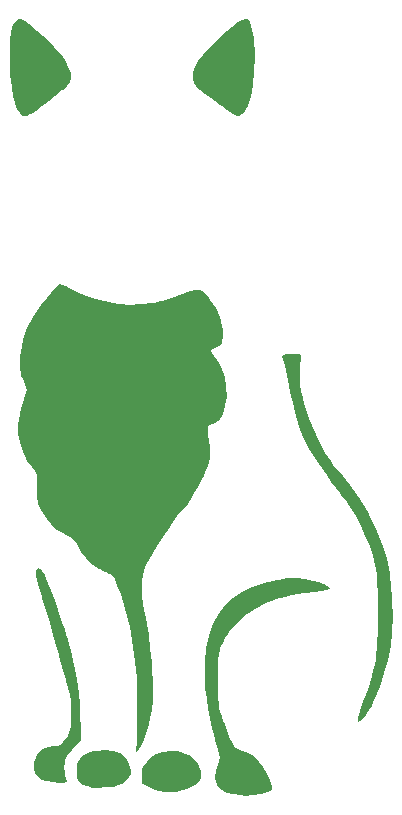
<source format=gbr>
%TF.GenerationSoftware,KiCad,Pcbnew,8.0.4*%
%TF.CreationDate,2024-07-30T22:23:39+03:00*%
%TF.ProjectId,purrChash,70757272-4368-4617-9368-2e6b69636164,rev?*%
%TF.SameCoordinates,Original*%
%TF.FileFunction,Legend,Top*%
%TF.FilePolarity,Positive*%
%FSLAX46Y46*%
G04 Gerber Fmt 4.6, Leading zero omitted, Abs format (unit mm)*
G04 Created by KiCad (PCBNEW 8.0.4) date 2024-07-30 22:23:39*
%MOMM*%
%LPD*%
G01*
G04 APERTURE LIST*
%ADD10C,0.000000*%
G04 APERTURE END LIST*
D10*
%TO.C,*%
G36*
X31208000Y-79318000D02*
G01*
X31590000Y-79418000D01*
X32118000Y-79659000D01*
X32561000Y-79993000D01*
X32895000Y-80396000D01*
X33095000Y-80846000D01*
X33099000Y-80861000D01*
X33148000Y-81169000D01*
X33154000Y-81485000D01*
X33150000Y-81530000D01*
X33098000Y-81749000D01*
X32977000Y-81923000D01*
X32754000Y-82094000D01*
X32640000Y-82164000D01*
X31959000Y-82498000D01*
X31261000Y-82690000D01*
X31090000Y-82717000D01*
X30832000Y-82737000D01*
X30505000Y-82742000D01*
X30200000Y-82734000D01*
X30080000Y-82724000D01*
X29252000Y-82549000D01*
X28558000Y-82275000D01*
X28367000Y-82173000D01*
X28256000Y-82078000D01*
X28253000Y-82075000D01*
X28176000Y-81968000D01*
X28136000Y-81839000D01*
X28122000Y-81635000D01*
X28121000Y-81466000D01*
X28132000Y-81154000D01*
X28174000Y-80916000D01*
X28262000Y-80664000D01*
X28269000Y-80648000D01*
X28544000Y-80182000D01*
X28942000Y-79786000D01*
X29310000Y-79552000D01*
X29903000Y-79336000D01*
X30547000Y-79257000D01*
X31208000Y-79318000D01*
G37*
G36*
X25488000Y-79247000D02*
G01*
X25680000Y-79263000D01*
X26041000Y-79336000D01*
X26290000Y-79421000D01*
X26518000Y-79592000D01*
X26755000Y-79874000D01*
X26972000Y-80224000D01*
X27136000Y-80597000D01*
X27151000Y-80643000D01*
X27234000Y-80992000D01*
X27222000Y-81233000D01*
X27068000Y-81519000D01*
X26793000Y-81802000D01*
X26433000Y-82050000D01*
X26113000Y-82199000D01*
X25925000Y-82260000D01*
X25727000Y-82297000D01*
X25457000Y-82319000D01*
X25310000Y-82326000D01*
X25018000Y-82343000D01*
X24758000Y-82364000D01*
X24660000Y-82375000D01*
X24185000Y-82401000D01*
X23930000Y-82374000D01*
X23538000Y-82273000D01*
X23183000Y-82130000D01*
X22926000Y-81968000D01*
X22924000Y-81965000D01*
X22752000Y-81725000D01*
X22665000Y-81471000D01*
X22637000Y-81326000D01*
X22624000Y-81154000D01*
X22621000Y-80936000D01*
X22644000Y-80508000D01*
X22722000Y-80192000D01*
X22868000Y-79946000D01*
X22924000Y-79883000D01*
X23229000Y-79616000D01*
X23575000Y-79433000D01*
X24008000Y-79311000D01*
X24310000Y-79263000D01*
X24534000Y-79246000D01*
X24847000Y-79238000D01*
X25187000Y-79238000D01*
X25488000Y-79247000D01*
G37*
G36*
X18226000Y-17460000D02*
G01*
X18605000Y-17708000D01*
X18829000Y-17886000D01*
X19287000Y-18284000D01*
X19771000Y-18735000D01*
X20254000Y-19210000D01*
X20709000Y-19681000D01*
X21107000Y-20120000D01*
X21421000Y-20498000D01*
X21526000Y-20640000D01*
X21724000Y-20957000D01*
X21916000Y-21329000D01*
X22068000Y-21685000D01*
X22131000Y-21878000D01*
X22172000Y-22155000D01*
X22136000Y-22406000D01*
X22009000Y-22661000D01*
X21775000Y-22945000D01*
X21421000Y-23287000D01*
X21394000Y-23311000D01*
X20815000Y-23816000D01*
X20235000Y-24288000D01*
X19680000Y-24707000D01*
X19178000Y-25056000D01*
X18752000Y-25313000D01*
X18656000Y-25363000D01*
X18381000Y-25491000D01*
X18198000Y-25543000D01*
X18064000Y-25528000D01*
X17984000Y-25487000D01*
X17780000Y-25277000D01*
X17587000Y-24923000D01*
X17410000Y-24441000D01*
X17254000Y-23845000D01*
X17123000Y-23151000D01*
X17022000Y-22375000D01*
X17001000Y-22166000D01*
X16967000Y-21684000D01*
X16945000Y-21119000D01*
X16934000Y-20522000D01*
X16935000Y-19942000D01*
X16948000Y-19429000D01*
X16970000Y-19086000D01*
X17043000Y-18481000D01*
X17144000Y-18019000D01*
X17275000Y-17686000D01*
X17438000Y-17472000D01*
X17656000Y-17346000D01*
X17914000Y-17340000D01*
X18226000Y-17460000D01*
G37*
G36*
X37041000Y-17344000D02*
G01*
X37192000Y-17424000D01*
X37309000Y-17593000D01*
X37406000Y-17870000D01*
X37495000Y-18277000D01*
X37539000Y-18532000D01*
X37608000Y-18995000D01*
X37654000Y-19403000D01*
X37679000Y-19817000D01*
X37690000Y-20301000D01*
X37691000Y-20556000D01*
X37652000Y-21769000D01*
X37531000Y-22886000D01*
X37419000Y-23521000D01*
X37261000Y-24177000D01*
X37080000Y-24692000D01*
X36867000Y-25082000D01*
X36612000Y-25368000D01*
X36470000Y-25475000D01*
X36319000Y-25543000D01*
X36166000Y-25519000D01*
X36030000Y-25451000D01*
X35835000Y-25334000D01*
X35604000Y-25180000D01*
X35310000Y-24971000D01*
X34925000Y-24687000D01*
X34790000Y-24586000D01*
X34358000Y-24262000D01*
X34020000Y-24013000D01*
X33747000Y-23816000D01*
X33506000Y-23647000D01*
X33420000Y-23588000D01*
X33021000Y-23286000D01*
X32747000Y-23003000D01*
X32582000Y-22741000D01*
X32469000Y-22416000D01*
X32450000Y-22173000D01*
X32497000Y-21776000D01*
X32646000Y-21347000D01*
X32907000Y-20858000D01*
X33041000Y-20646000D01*
X33282000Y-20324000D01*
X33630000Y-19929000D01*
X33909000Y-19639000D01*
X34375000Y-19180000D01*
X34853000Y-18734000D01*
X35323000Y-18321000D01*
X35761000Y-17958000D01*
X36146000Y-17665000D01*
X36455000Y-17460000D01*
X36581000Y-17393000D01*
X36847000Y-17331000D01*
X37041000Y-17344000D01*
G37*
G36*
X19518000Y-63847000D02*
G01*
X19560000Y-63875000D01*
X19710000Y-64052000D01*
X19895000Y-64381000D01*
X20116000Y-64863000D01*
X20373000Y-65500000D01*
X20541000Y-65946000D01*
X20674000Y-66315000D01*
X20840000Y-66784000D01*
X21026000Y-67319000D01*
X21221000Y-67885000D01*
X21413000Y-68448000D01*
X21591000Y-68973000D01*
X21742000Y-69427000D01*
X21854000Y-69773000D01*
X21877000Y-69846000D01*
X22156000Y-70857000D01*
X22407000Y-71978000D01*
X22621000Y-73161000D01*
X22788000Y-74359000D01*
X22889000Y-75386000D01*
X22917000Y-75871000D01*
X22937000Y-76474000D01*
X22947000Y-77154000D01*
X22949000Y-77516000D01*
X22948000Y-78336000D01*
X22539000Y-78806000D01*
X22214000Y-79184000D01*
X21981000Y-79471000D01*
X21821000Y-79694000D01*
X21715000Y-79880000D01*
X21645000Y-80055000D01*
X21626000Y-80116000D01*
X21599000Y-80227000D01*
X21585000Y-80352000D01*
X21581000Y-80550000D01*
X21581000Y-80706000D01*
X21584000Y-81003000D01*
X21598000Y-81200000D01*
X21617000Y-81316000D01*
X21699000Y-81623000D01*
X21768000Y-81759000D01*
X21803000Y-81849000D01*
X21715000Y-81911000D01*
X21640000Y-81938000D01*
X21532000Y-81951000D01*
X21337000Y-81957000D01*
X21230000Y-81959000D01*
X20966000Y-81958000D01*
X20751000Y-81950000D01*
X20690000Y-81945000D01*
X20126000Y-81847000D01*
X19695000Y-81699000D01*
X19378000Y-81489000D01*
X19152000Y-81206000D01*
X19112000Y-81131000D01*
X19001000Y-80751000D01*
X19000000Y-80320000D01*
X19063000Y-80036000D01*
X19283000Y-79594000D01*
X19618000Y-79228000D01*
X19891000Y-79047000D01*
X20286000Y-78914000D01*
X20600000Y-78877000D01*
X20805000Y-78860000D01*
X20930000Y-78843000D01*
X21192000Y-78738000D01*
X21459000Y-78513000D01*
X21700000Y-78222000D01*
X21877000Y-77973000D01*
X22001000Y-77752000D01*
X22082000Y-77522000D01*
X22129000Y-77247000D01*
X22151000Y-76890000D01*
X22156000Y-76412000D01*
X22156000Y-76366000D01*
X22145000Y-75668000D01*
X22107000Y-75074000D01*
X22034000Y-74527000D01*
X21918000Y-73973000D01*
X21752000Y-73357000D01*
X21710000Y-73216000D01*
X21576000Y-72761000D01*
X21410000Y-72190000D01*
X21223000Y-71541000D01*
X21026000Y-70852000D01*
X20891000Y-70376000D01*
X20544000Y-69162000D01*
X20230000Y-68093000D01*
X19945000Y-67156000D01*
X19686000Y-66341000D01*
X19660000Y-66264000D01*
X19469000Y-65655000D01*
X19319000Y-65125000D01*
X19227000Y-64736000D01*
X19189000Y-64465000D01*
X19179000Y-64198000D01*
X19198000Y-64000000D01*
X19215000Y-63953000D01*
X19350000Y-63822000D01*
X19518000Y-63847000D01*
G37*
G36*
X41267000Y-64641000D02*
G01*
X41508000Y-64657000D01*
X41764000Y-64690000D01*
X42099000Y-64749000D01*
X42200000Y-64768000D01*
X42671000Y-64870000D01*
X43110000Y-64988000D01*
X43470000Y-65107000D01*
X43639000Y-65180000D01*
X43797000Y-65273000D01*
X43956000Y-65383000D01*
X44049000Y-65464000D01*
X44052000Y-65470000D01*
X44053000Y-65531000D01*
X43952000Y-65595000D01*
X43691000Y-65685000D01*
X43306000Y-65749000D01*
X42830000Y-65787000D01*
X41862000Y-65884000D01*
X40854000Y-66067000D01*
X39887000Y-66320000D01*
X39760000Y-66360000D01*
X38669000Y-66775000D01*
X37685000Y-67278000D01*
X36817000Y-67862000D01*
X36076000Y-68522000D01*
X35471000Y-69249000D01*
X35385000Y-69376000D01*
X35173000Y-69738000D01*
X34963000Y-70167000D01*
X34790000Y-70587000D01*
X34721000Y-70796000D01*
X34666000Y-71002000D01*
X34625000Y-71210000D01*
X34597000Y-71447000D01*
X34577000Y-71742000D01*
X34566000Y-72119000D01*
X34562000Y-72608000D01*
X34561000Y-73106000D01*
X34564000Y-73805000D01*
X34575000Y-74374000D01*
X34598000Y-74843000D01*
X34636000Y-75244000D01*
X34694000Y-75606000D01*
X34776000Y-75961000D01*
X34885000Y-76337000D01*
X35026000Y-76765000D01*
X35054000Y-76846000D01*
X35303000Y-77541000D01*
X35526000Y-78092000D01*
X35730000Y-78514000D01*
X35920000Y-78819000D01*
X36104000Y-79021000D01*
X36115000Y-79031000D01*
X36431000Y-79211000D01*
X36580000Y-79257000D01*
X36992000Y-79368000D01*
X37306000Y-79511000D01*
X37586000Y-79720000D01*
X37783000Y-79912000D01*
X38074000Y-80252000D01*
X38370000Y-80676000D01*
X38690000Y-81215000D01*
X38784000Y-81387000D01*
X38982000Y-81763000D01*
X39106000Y-82036000D01*
X39172000Y-82238000D01*
X39190000Y-82397000D01*
X39152000Y-82564000D01*
X39017000Y-82684000D01*
X38808000Y-82772000D01*
X38204000Y-82930000D01*
X37520000Y-83028000D01*
X36828000Y-83058000D01*
X36510000Y-83045000D01*
X35876000Y-82961000D01*
X35332000Y-82812000D01*
X34898000Y-82607000D01*
X34597000Y-82353000D01*
X34586000Y-82339000D01*
X34376000Y-81950000D01*
X34311000Y-81499000D01*
X34390000Y-80983000D01*
X34578000Y-80479000D01*
X34695000Y-80170000D01*
X34730000Y-79915000D01*
X34730000Y-79912000D01*
X34725000Y-79788000D01*
X34705000Y-79646000D01*
X34664000Y-79460000D01*
X34595000Y-79204000D01*
X34491000Y-78854000D01*
X34348000Y-78383000D01*
X34301000Y-78234000D01*
X33969000Y-76995000D01*
X33707000Y-75664000D01*
X33526000Y-74298000D01*
X33499000Y-74006000D01*
X33478000Y-73663000D01*
X33463000Y-73225000D01*
X33455000Y-72747000D01*
X33454000Y-72287000D01*
X33462000Y-71903000D01*
X33468000Y-71765000D01*
X33596000Y-70575000D01*
X33822000Y-69508000D01*
X34145000Y-68561000D01*
X34297000Y-68226000D01*
X34722000Y-67492000D01*
X35245000Y-66848000D01*
X35872000Y-66291000D01*
X36613000Y-65812000D01*
X37478000Y-65409000D01*
X38473000Y-65073000D01*
X39609000Y-64801000D01*
X39675000Y-64788000D01*
X40053000Y-64716000D01*
X40329000Y-64671000D01*
X40559000Y-64648000D01*
X40800000Y-64639000D01*
X40980000Y-64638000D01*
X41267000Y-64641000D01*
G37*
G36*
X41020000Y-45655000D02*
G01*
X41223000Y-45676000D01*
X41427000Y-45705000D01*
X41569000Y-45734000D01*
X41595000Y-45744000D01*
X41600000Y-45824000D01*
X41591000Y-45997000D01*
X41579000Y-46190000D01*
X41564000Y-46486000D01*
X41550000Y-46827000D01*
X41547000Y-46901000D01*
X41535000Y-47611000D01*
X41561000Y-48225000D01*
X41631000Y-48806000D01*
X41751000Y-49415000D01*
X41851000Y-49826000D01*
X42175000Y-50880000D01*
X42602000Y-51968000D01*
X43109000Y-53038000D01*
X43673000Y-54040000D01*
X44121000Y-54719000D01*
X44355000Y-55037000D01*
X44578000Y-55313000D01*
X44789000Y-55554000D01*
X45759000Y-56727000D01*
X46589000Y-57913000D01*
X46874000Y-58376000D01*
X47242000Y-59023000D01*
X47567000Y-59660000D01*
X47874000Y-60336000D01*
X48188000Y-61104000D01*
X48274000Y-61326000D01*
X48515000Y-61966000D01*
X48704000Y-62495000D01*
X48849000Y-62948000D01*
X48959000Y-63360000D01*
X49043000Y-63769000D01*
X49110000Y-64209000D01*
X49168000Y-64717000D01*
X49199000Y-65026000D01*
X49255000Y-65607000D01*
X49296000Y-66068000D01*
X49324000Y-66445000D01*
X49343000Y-66778000D01*
X49353000Y-67105000D01*
X49358000Y-67463000D01*
X49358000Y-67856000D01*
X49356000Y-68344000D01*
X49349000Y-68713000D01*
X49336000Y-69007000D01*
X49323000Y-69196000D01*
X49186000Y-70391000D01*
X48971000Y-71537000D01*
X48669000Y-72672000D01*
X48268000Y-73838000D01*
X47811000Y-74954000D01*
X47583000Y-75447000D01*
X47364000Y-75846000D01*
X47122000Y-76211000D01*
X47058000Y-76298000D01*
X46815000Y-76587000D01*
X46613000Y-76754000D01*
X46463000Y-76789000D01*
X46435000Y-76775000D01*
X46405000Y-76743000D01*
X46404000Y-76675000D01*
X46438000Y-76522000D01*
X46462000Y-76425000D01*
X46519000Y-76215000D01*
X46602000Y-75946000D01*
X46721000Y-75591000D01*
X46884000Y-75126000D01*
X46980000Y-74856000D01*
X47239000Y-74117000D01*
X47445000Y-73494000D01*
X47607000Y-72957000D01*
X47734000Y-72475000D01*
X47835000Y-72016000D01*
X47917000Y-71550000D01*
X47920000Y-71537000D01*
X47990000Y-71043000D01*
X48045000Y-70535000D01*
X48084000Y-69987000D01*
X48110000Y-69373000D01*
X48124000Y-68667000D01*
X48126000Y-67842000D01*
X48123000Y-67286000D01*
X48113000Y-66455000D01*
X48097000Y-65761000D01*
X48074000Y-65179000D01*
X48042000Y-64687000D01*
X48000000Y-64260000D01*
X47946000Y-63876000D01*
X47888000Y-63556000D01*
X47697000Y-62798000D01*
X47418000Y-61966000D01*
X47068000Y-61097000D01*
X46665000Y-60227000D01*
X46227000Y-59394000D01*
X45770000Y-58636000D01*
X45313000Y-57989000D01*
X45196000Y-57843000D01*
X44906000Y-57479000D01*
X44565000Y-57023000D01*
X44188000Y-56499000D01*
X43790000Y-55931000D01*
X43388000Y-55341000D01*
X42995000Y-54752000D01*
X42628000Y-54188000D01*
X42302000Y-53672000D01*
X42033000Y-53225000D01*
X41837000Y-52873000D01*
X41769000Y-52736000D01*
X41664000Y-52468000D01*
X41531000Y-52065000D01*
X41377000Y-51549000D01*
X41209000Y-50943000D01*
X41032000Y-50267000D01*
X40900000Y-49736000D01*
X40787000Y-49266000D01*
X40688000Y-48838000D01*
X40592000Y-48399000D01*
X40486000Y-47897000D01*
X40390000Y-47426000D01*
X40308000Y-47026000D01*
X40227000Y-46645000D01*
X40159000Y-46335000D01*
X40123000Y-46180000D01*
X40036000Y-45824000D01*
X40108000Y-45794000D01*
X40451000Y-45696000D01*
X40842000Y-45652000D01*
X41020000Y-45655000D01*
G37*
G36*
X21226000Y-39740000D02*
G01*
X21415000Y-39826000D01*
X21688000Y-39955000D01*
X21984000Y-40097000D01*
X22668000Y-40418000D01*
X23250000Y-40673000D01*
X23766000Y-40875000D01*
X24251000Y-41038000D01*
X24580000Y-41133000D01*
X25315000Y-41302000D01*
X26096000Y-41425000D01*
X26534000Y-41468000D01*
X26892000Y-41483000D01*
X27328000Y-41483000D01*
X27778000Y-41471000D01*
X28175000Y-41448000D01*
X28380000Y-41427000D01*
X28778000Y-41371000D01*
X29126000Y-41314000D01*
X29452000Y-41249000D01*
X29787000Y-41167000D01*
X30157000Y-41062000D01*
X30592000Y-40925000D01*
X31121000Y-40750000D01*
X31770000Y-40529000D01*
X32242000Y-40374000D01*
X32594000Y-40280000D01*
X32855000Y-40242000D01*
X33053000Y-40259000D01*
X33216000Y-40328000D01*
X33283000Y-40373000D01*
X33425000Y-40502000D01*
X33620000Y-40705000D01*
X33822000Y-40935000D01*
X33936000Y-41076000D01*
X34407000Y-41795000D01*
X34748000Y-42561000D01*
X34946000Y-43342000D01*
X34953000Y-43386000D01*
X34967000Y-43566000D01*
X34975000Y-43835000D01*
X34977000Y-43996000D01*
X34969000Y-44341000D01*
X34944000Y-44568000D01*
X34895000Y-44722000D01*
X34860000Y-44783000D01*
X34788000Y-44867000D01*
X34666000Y-44957000D01*
X34456000Y-45078000D01*
X34310000Y-45156000D01*
X34114000Y-45260000D01*
X33993000Y-45326000D01*
X33974000Y-45336000D01*
X34010000Y-45401000D01*
X34110000Y-45566000D01*
X34253000Y-45794000D01*
X34256000Y-45799000D01*
X34472000Y-46146000D01*
X34625000Y-46401000D01*
X34738000Y-46607000D01*
X34833000Y-46800000D01*
X35135000Y-47615000D01*
X35298000Y-48457000D01*
X35315000Y-49293000D01*
X35280000Y-49626000D01*
X35193000Y-50062000D01*
X35066000Y-50502000D01*
X34917000Y-50896000D01*
X34762000Y-51193000D01*
X34723000Y-51248000D01*
X34579000Y-51385000D01*
X34368000Y-51484000D01*
X34043000Y-51565000D01*
X34033000Y-51567000D01*
X33834000Y-51656000D01*
X33766000Y-51762000D01*
X33743000Y-51910000D01*
X33743000Y-52167000D01*
X33766000Y-52546000D01*
X33815000Y-53061000D01*
X33861000Y-53486000D01*
X33904000Y-54014000D01*
X33893000Y-54453000D01*
X33820000Y-54867000D01*
X33675000Y-55321000D01*
X33597000Y-55525000D01*
X33407000Y-55958000D01*
X33164000Y-56447000D01*
X32885000Y-56962000D01*
X32589000Y-57470000D01*
X32294000Y-57941000D01*
X32020000Y-58343000D01*
X31785000Y-58645000D01*
X31700000Y-58736000D01*
X31463000Y-58999000D01*
X31151000Y-59395000D01*
X30768000Y-59917000D01*
X30319000Y-60560000D01*
X29896000Y-61184000D01*
X29420000Y-61911000D01*
X29037000Y-62536000D01*
X28735000Y-63082000D01*
X28506000Y-63568000D01*
X28338000Y-64017000D01*
X28220000Y-64450000D01*
X28157000Y-64797000D01*
X28130000Y-65108000D01*
X28121000Y-65507000D01*
X28130000Y-65920000D01*
X28156000Y-66266000D01*
X28228000Y-66776000D01*
X28324000Y-67310000D01*
X28382000Y-67586000D01*
X28564000Y-68489000D01*
X28721000Y-69479000D01*
X28854000Y-70575000D01*
X28966000Y-71797000D01*
X29034000Y-72756000D01*
X29046000Y-73035000D01*
X29054000Y-73434000D01*
X29059000Y-73917000D01*
X29059000Y-74186000D01*
X29058000Y-74659000D01*
X29052000Y-75015000D01*
X29040000Y-75296000D01*
X29018000Y-75545000D01*
X28983000Y-75803000D01*
X28932000Y-76115000D01*
X28928000Y-76136000D01*
X28747000Y-77010000D01*
X28515000Y-77802000D01*
X28241000Y-78482000D01*
X28055000Y-78836000D01*
X27969000Y-78975000D01*
X27859000Y-79148000D01*
X27759000Y-79301000D01*
X27703000Y-79383000D01*
X27700000Y-79386000D01*
X27681000Y-79352000D01*
X27678000Y-79264000D01*
X27679000Y-79045000D01*
X27683000Y-78723000D01*
X27690000Y-78329000D01*
X27694000Y-78127000D01*
X27706000Y-77450000D01*
X27715000Y-76735000D01*
X27719000Y-76010000D01*
X27720000Y-75302000D01*
X27717000Y-74639000D01*
X27711000Y-74046000D01*
X27701000Y-73553000D01*
X27688000Y-73185000D01*
X27684000Y-73116000D01*
X27575000Y-71755000D01*
X27424000Y-70502000D01*
X27224000Y-69309000D01*
X27118000Y-68786000D01*
X26899000Y-67860000D01*
X26633000Y-66897000D01*
X26342000Y-65974000D01*
X26155000Y-65446000D01*
X25979000Y-65003000D01*
X25821000Y-64688000D01*
X25663000Y-64473000D01*
X25485000Y-64333000D01*
X25320000Y-64257000D01*
X25107000Y-64166000D01*
X24834000Y-64033000D01*
X24582000Y-63899000D01*
X24510000Y-63857000D01*
X24016000Y-63512000D01*
X23560000Y-63115000D01*
X23366000Y-62913000D01*
X23141000Y-62644000D01*
X22967000Y-62395000D01*
X22797000Y-62097000D01*
X22714000Y-61935000D01*
X22547000Y-61625000D01*
X22407000Y-61413000D01*
X22304000Y-61292000D01*
X22119000Y-61137000D01*
X21884000Y-61046000D01*
X21880000Y-61045000D01*
X21431000Y-60864000D01*
X20970000Y-60554000D01*
X20479000Y-60103000D01*
X20460000Y-60084000D01*
X20069000Y-59632000D01*
X19736000Y-59152000D01*
X19485000Y-58684000D01*
X19358000Y-58329000D01*
X19319000Y-58145000D01*
X19293000Y-57931000D01*
X19278000Y-57652000D01*
X19272000Y-57274000D01*
X19271000Y-56911000D01*
X19271000Y-56491000D01*
X19264000Y-56197000D01*
X19250000Y-55997000D01*
X19226000Y-55856000D01*
X19192000Y-55745000D01*
X19047000Y-55501000D01*
X18809000Y-55217000D01*
X18643000Y-55018000D01*
X18526000Y-54857000D01*
X18232000Y-54323000D01*
X17981000Y-53716000D01*
X17787000Y-53080000D01*
X17662000Y-52458000D01*
X17619000Y-51896000D01*
X17630000Y-51658000D01*
X17691000Y-51224000D01*
X17789000Y-50759000D01*
X17935000Y-50227000D01*
X18136000Y-49592000D01*
X18173000Y-49483000D01*
X18433000Y-48709000D01*
X18230000Y-48243000D01*
X18052000Y-47820000D01*
X17934000Y-47493000D01*
X17864000Y-47213000D01*
X17827000Y-46935000D01*
X17816000Y-46736000D01*
X17817000Y-46343000D01*
X17843000Y-45890000D01*
X17882000Y-45516000D01*
X18088000Y-44493000D01*
X18433000Y-43499000D01*
X18920000Y-42522000D01*
X19557000Y-41549000D01*
X20068000Y-40896000D01*
X20217000Y-40723000D01*
X20414000Y-40500000D01*
X20632000Y-40259000D01*
X20842000Y-40030000D01*
X21017000Y-39844000D01*
X21128000Y-39730000D01*
X21152000Y-39710000D01*
X21226000Y-39740000D01*
G37*
%TD*%
M02*

</source>
